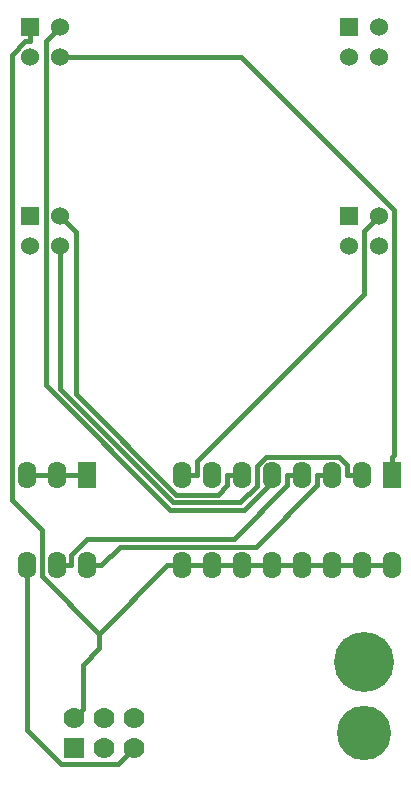
<source format=gbl>
G04 (created by PCBNEW (2013-mar-13)-testing) date Wed 23 Jul 2014 10:48:42 AM PDT*
%MOIN*%
G04 Gerber Fmt 3.4, Leading zero omitted, Abs format*
%FSLAX34Y34*%
G01*
G70*
G90*
G04 APERTURE LIST*
%ADD10C,0.005906*%
%ADD11R,0.060000X0.060000*%
%ADD12C,0.060000*%
%ADD13R,0.070000X0.070000*%
%ADD14C,0.070000*%
%ADD15C,0.200000*%
%ADD16C,0.181100*%
%ADD17R,0.062000X0.090000*%
%ADD18O,0.062000X0.090000*%
%ADD19C,0.015000*%
G04 APERTURE END LIST*
G54D10*
G54D11*
X21744Y-24500D03*
G54D12*
X22744Y-24500D03*
X21744Y-25500D03*
X22744Y-25500D03*
G54D11*
X21744Y-30799D03*
G54D12*
X22744Y-30799D03*
X21744Y-31799D03*
X22744Y-31799D03*
G54D11*
X32374Y-24500D03*
G54D12*
X33374Y-24500D03*
X32374Y-25500D03*
X33374Y-25500D03*
G54D11*
X32374Y-30799D03*
G54D12*
X33374Y-30799D03*
X32374Y-31799D03*
X33374Y-31799D03*
G54D13*
X23212Y-48531D03*
G54D14*
X23212Y-47531D03*
X24212Y-48531D03*
X24212Y-47531D03*
X25212Y-48531D03*
X25212Y-47531D03*
G54D15*
X32874Y-45669D03*
G54D16*
X32874Y-48031D03*
G54D17*
X23637Y-39444D03*
G54D18*
X22637Y-39444D03*
X21637Y-39444D03*
X21637Y-42444D03*
X22637Y-42444D03*
X23637Y-42444D03*
G54D17*
X33814Y-39444D03*
G54D18*
X32814Y-39444D03*
X31814Y-39444D03*
X30814Y-39444D03*
X29814Y-39444D03*
X28814Y-39444D03*
X27814Y-39444D03*
X26814Y-39444D03*
X26814Y-42444D03*
X27814Y-42444D03*
X28814Y-42444D03*
X29814Y-42444D03*
X30814Y-42444D03*
X31814Y-42444D03*
X32814Y-42444D03*
X33814Y-42444D03*
G54D19*
X33814Y-42444D02*
X32814Y-42444D01*
X32814Y-42444D02*
X31814Y-42444D01*
X31814Y-42444D02*
X30814Y-42444D01*
X30814Y-42444D02*
X29814Y-42444D01*
X27814Y-42444D02*
X28300Y-42444D01*
X29814Y-42444D02*
X28814Y-42444D01*
X28814Y-42444D02*
X28300Y-42444D01*
X27814Y-42444D02*
X26814Y-42444D01*
X21744Y-24500D02*
X21744Y-24975D01*
X26814Y-42444D02*
X26329Y-42444D01*
X26329Y-42444D02*
X24053Y-44720D01*
X24053Y-44721D02*
X24053Y-44720D01*
X24053Y-45206D02*
X24053Y-44721D01*
X23512Y-45747D02*
X24053Y-45206D01*
X23512Y-47231D02*
X23512Y-45747D01*
X23212Y-47531D02*
X23512Y-47231D01*
X21595Y-24975D02*
X21744Y-24975D01*
X21150Y-25420D02*
X21595Y-24975D01*
X21150Y-40273D02*
X21150Y-25420D01*
X22137Y-41261D02*
X21150Y-40273D01*
X22137Y-42805D02*
X22137Y-41261D01*
X24053Y-44720D02*
X22137Y-42805D01*
X22267Y-24976D02*
X22744Y-24500D01*
X22267Y-36446D02*
X22267Y-24976D01*
X26415Y-40594D02*
X22267Y-36446D01*
X28870Y-40594D02*
X26415Y-40594D01*
X29814Y-39649D02*
X28870Y-40594D01*
X29814Y-39444D02*
X29814Y-39649D01*
X23268Y-31324D02*
X22744Y-30799D01*
X23268Y-36726D02*
X23268Y-31324D01*
X26624Y-40081D02*
X23268Y-36726D01*
X28026Y-40081D02*
X26624Y-40081D01*
X28329Y-39778D02*
X28026Y-40081D01*
X28329Y-39444D02*
X28329Y-39778D01*
X28814Y-39444D02*
X28329Y-39444D01*
X32874Y-31299D02*
X33374Y-30799D01*
X32874Y-33385D02*
X32874Y-31299D01*
X27300Y-38959D02*
X32874Y-33385D01*
X27300Y-39444D02*
X27300Y-38959D01*
X26814Y-39444D02*
X27300Y-39444D01*
X21637Y-39444D02*
X22637Y-39444D01*
X22637Y-39444D02*
X23637Y-39444D01*
X24679Y-49064D02*
X25212Y-48531D01*
X22787Y-49064D02*
X24679Y-49064D01*
X21637Y-47914D02*
X22787Y-49064D01*
X21637Y-42444D02*
X21637Y-47914D01*
X28766Y-25500D02*
X22744Y-25500D01*
X33878Y-30612D02*
X28766Y-25500D01*
X33878Y-38755D02*
X33878Y-30612D01*
X33814Y-38819D02*
X33878Y-38755D01*
X33814Y-39444D02*
X33814Y-38819D01*
X32814Y-39444D02*
X32329Y-39444D01*
X22744Y-36555D02*
X22744Y-31799D01*
X26528Y-40340D02*
X22744Y-36555D01*
X28758Y-40340D02*
X26528Y-40340D01*
X29314Y-39783D02*
X28758Y-40340D01*
X29314Y-39116D02*
X29314Y-39783D01*
X29617Y-38814D02*
X29314Y-39116D01*
X32033Y-38814D02*
X29617Y-38814D01*
X32329Y-39111D02*
X32033Y-38814D01*
X32329Y-39444D02*
X32329Y-39111D01*
X24752Y-41815D02*
X24122Y-42444D01*
X29292Y-41815D02*
X24752Y-41815D01*
X31329Y-39778D02*
X29292Y-41815D01*
X31329Y-39444D02*
X31329Y-39778D01*
X31814Y-39444D02*
X31329Y-39444D01*
X23637Y-42444D02*
X24122Y-42444D01*
X23122Y-42103D02*
X23122Y-42444D01*
X23661Y-41565D02*
X23122Y-42103D01*
X28543Y-41565D02*
X23661Y-41565D01*
X30329Y-39778D02*
X28543Y-41565D01*
X30329Y-39444D02*
X30329Y-39778D01*
X30814Y-39444D02*
X30329Y-39444D01*
X22637Y-42444D02*
X23122Y-42444D01*
M02*

</source>
